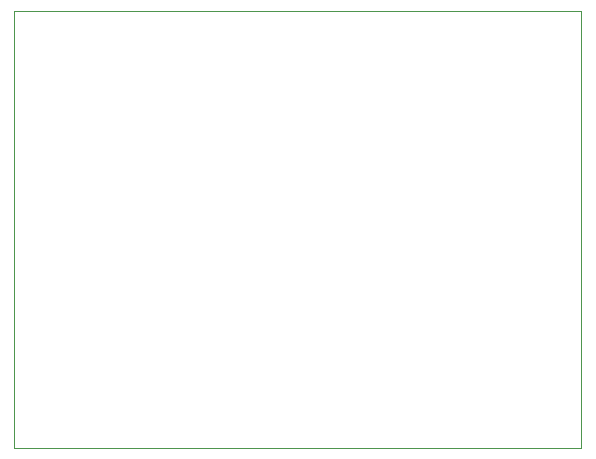
<source format=gbr>
G04 #@! TF.GenerationSoftware,KiCad,Pcbnew,(5.1.4)-1*
G04 #@! TF.CreationDate,2020-12-21T21:32:16-05:00*
G04 #@! TF.ProjectId,icepool-board,69636570-6f6f-46c2-9d62-6f6172642e6b,2020-04*
G04 #@! TF.SameCoordinates,Original*
G04 #@! TF.FileFunction,Profile,NP*
%FSLAX46Y46*%
G04 Gerber Fmt 4.6, Leading zero omitted, Abs format (unit mm)*
G04 Created by KiCad (PCBNEW (5.1.4)-1) date 2020-12-21 21:32:16*
%MOMM*%
%LPD*%
G04 APERTURE LIST*
%ADD10C,0.050000*%
G04 APERTURE END LIST*
D10*
X25500000Y-88500000D02*
X25500000Y-51500000D01*
X73500000Y-88500000D02*
X25500000Y-88500000D01*
X73500000Y-51500000D02*
X73500000Y-88500000D01*
X25500000Y-51500000D02*
X73500000Y-51500000D01*
M02*

</source>
